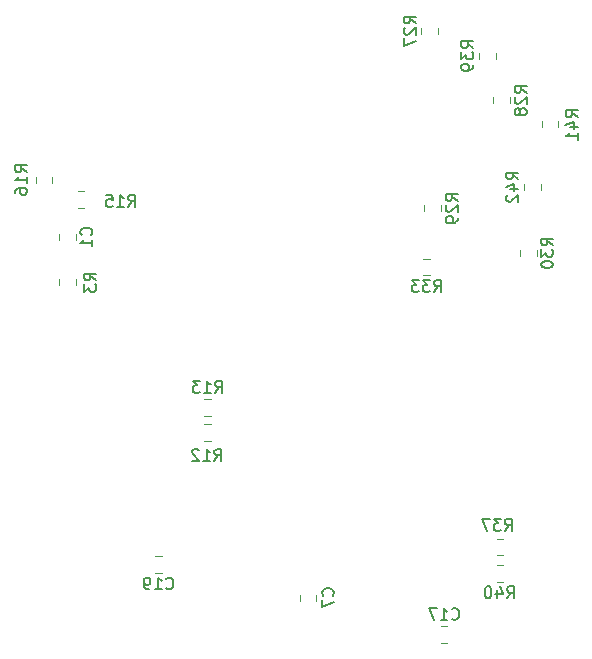
<source format=gbr>
G04 #@! TF.GenerationSoftware,KiCad,Pcbnew,(5.1.2)-1*
G04 #@! TF.CreationDate,2019-05-23T11:15:45-04:00*
G04 #@! TF.ProjectId,lc_dc1000,6c635f64-6331-4303-9030-2e6b69636164,rev?*
G04 #@! TF.SameCoordinates,Original*
G04 #@! TF.FileFunction,Legend,Bot*
G04 #@! TF.FilePolarity,Positive*
%FSLAX46Y46*%
G04 Gerber Fmt 4.6, Leading zero omitted, Abs format (unit mm)*
G04 Created by KiCad (PCBNEW (5.1.2)-1) date 2019-05-23 11:15:45*
%MOMM*%
%LPD*%
G04 APERTURE LIST*
%ADD10C,0.120000*%
%ADD11C,0.150000*%
G04 APERTURE END LIST*
D10*
X179977522Y-120600400D02*
X180494678Y-120600400D01*
X179977522Y-122020400D02*
X180494678Y-122020400D01*
X204680078Y-127913200D02*
X204162922Y-127913200D01*
X204680078Y-126493200D02*
X204162922Y-126493200D01*
X184122322Y-107290800D02*
X184639478Y-107290800D01*
X184122322Y-108710800D02*
X184639478Y-108710800D01*
X171245600Y-88978478D02*
X171245600Y-88461322D01*
X169825600Y-88978478D02*
X169825600Y-88461322D01*
X171806800Y-93829878D02*
X171806800Y-93312722D01*
X173226800Y-93829878D02*
X173226800Y-93312722D01*
X192177600Y-124390678D02*
X192177600Y-123873522D01*
X193597600Y-124390678D02*
X193597600Y-123873522D01*
X208861922Y-119101800D02*
X209379078Y-119101800D01*
X208861922Y-120521800D02*
X209379078Y-120521800D01*
X202662022Y-95403600D02*
X203179178Y-95403600D01*
X202662022Y-96823600D02*
X203179178Y-96823600D01*
X212241200Y-95176078D02*
X212241200Y-94658922D01*
X210821200Y-95176078D02*
X210821200Y-94658922D01*
X202744000Y-91396078D02*
X202744000Y-90878922D01*
X204164000Y-91396078D02*
X204164000Y-90878922D01*
X203910000Y-75862922D02*
X203910000Y-76380078D01*
X202490000Y-75862922D02*
X202490000Y-76380078D01*
X173916078Y-91134000D02*
X173398922Y-91134000D01*
X173916078Y-89714000D02*
X173398922Y-89714000D01*
X184639478Y-110844400D02*
X184122322Y-110844400D01*
X184639478Y-109424400D02*
X184122322Y-109424400D01*
X173226800Y-97150422D02*
X173226800Y-97667578D01*
X171806800Y-97150422D02*
X171806800Y-97667578D01*
X208786800Y-77971122D02*
X208786800Y-78488278D01*
X207366800Y-77971122D02*
X207366800Y-78488278D01*
X208857322Y-122757000D02*
X209374478Y-122757000D01*
X208857322Y-121337000D02*
X209374478Y-121337000D01*
X214095400Y-83766922D02*
X214095400Y-84284078D01*
X212675400Y-83766922D02*
X212675400Y-84284078D01*
X211176800Y-89075522D02*
X211176800Y-89592678D01*
X212596800Y-89075522D02*
X212596800Y-89592678D01*
X208586000Y-82252078D02*
X208586000Y-81734922D01*
X210006000Y-82252078D02*
X210006000Y-81734922D01*
D11*
X180878957Y-123317542D02*
X180926576Y-123365161D01*
X181069433Y-123412780D01*
X181164671Y-123412780D01*
X181307528Y-123365161D01*
X181402766Y-123269923D01*
X181450385Y-123174685D01*
X181498004Y-122984209D01*
X181498004Y-122841352D01*
X181450385Y-122650876D01*
X181402766Y-122555638D01*
X181307528Y-122460400D01*
X181164671Y-122412780D01*
X181069433Y-122412780D01*
X180926576Y-122460400D01*
X180878957Y-122508019D01*
X179926576Y-123412780D02*
X180498004Y-123412780D01*
X180212290Y-123412780D02*
X180212290Y-122412780D01*
X180307528Y-122555638D01*
X180402766Y-122650876D01*
X180498004Y-122698495D01*
X179450385Y-123412780D02*
X179259909Y-123412780D01*
X179164671Y-123365161D01*
X179117052Y-123317542D01*
X179021814Y-123174685D01*
X178974195Y-122984209D01*
X178974195Y-122603257D01*
X179021814Y-122508019D01*
X179069433Y-122460400D01*
X179164671Y-122412780D01*
X179355147Y-122412780D01*
X179450385Y-122460400D01*
X179498004Y-122508019D01*
X179545623Y-122603257D01*
X179545623Y-122841352D01*
X179498004Y-122936590D01*
X179450385Y-122984209D01*
X179355147Y-123031828D01*
X179164671Y-123031828D01*
X179069433Y-122984209D01*
X179021814Y-122936590D01*
X178974195Y-122841352D01*
X205064357Y-125910342D02*
X205111976Y-125957961D01*
X205254833Y-126005580D01*
X205350071Y-126005580D01*
X205492928Y-125957961D01*
X205588166Y-125862723D01*
X205635785Y-125767485D01*
X205683404Y-125577009D01*
X205683404Y-125434152D01*
X205635785Y-125243676D01*
X205588166Y-125148438D01*
X205492928Y-125053200D01*
X205350071Y-125005580D01*
X205254833Y-125005580D01*
X205111976Y-125053200D01*
X205064357Y-125100819D01*
X204111976Y-126005580D02*
X204683404Y-126005580D01*
X204397690Y-126005580D02*
X204397690Y-125005580D01*
X204492928Y-125148438D01*
X204588166Y-125243676D01*
X204683404Y-125291295D01*
X203778642Y-125005580D02*
X203111976Y-125005580D01*
X203540547Y-126005580D01*
X184970657Y-112517180D02*
X185303990Y-112040990D01*
X185542085Y-112517180D02*
X185542085Y-111517180D01*
X185161133Y-111517180D01*
X185065895Y-111564800D01*
X185018276Y-111612419D01*
X184970657Y-111707657D01*
X184970657Y-111850514D01*
X185018276Y-111945752D01*
X185065895Y-111993371D01*
X185161133Y-112040990D01*
X185542085Y-112040990D01*
X184018276Y-112517180D02*
X184589704Y-112517180D01*
X184303990Y-112517180D02*
X184303990Y-111517180D01*
X184399228Y-111660038D01*
X184494466Y-111755276D01*
X184589704Y-111802895D01*
X183637323Y-111612419D02*
X183589704Y-111564800D01*
X183494466Y-111517180D01*
X183256371Y-111517180D01*
X183161133Y-111564800D01*
X183113514Y-111612419D01*
X183065895Y-111707657D01*
X183065895Y-111802895D01*
X183113514Y-111945752D01*
X183684942Y-112517180D01*
X183065895Y-112517180D01*
X169082980Y-88079342D02*
X168606790Y-87746009D01*
X169082980Y-87507914D02*
X168082980Y-87507914D01*
X168082980Y-87888866D01*
X168130600Y-87984104D01*
X168178219Y-88031723D01*
X168273457Y-88079342D01*
X168416314Y-88079342D01*
X168511552Y-88031723D01*
X168559171Y-87984104D01*
X168606790Y-87888866D01*
X168606790Y-87507914D01*
X169082980Y-89031723D02*
X169082980Y-88460295D01*
X169082980Y-88746009D02*
X168082980Y-88746009D01*
X168225838Y-88650771D01*
X168321076Y-88555533D01*
X168368695Y-88460295D01*
X168082980Y-89888866D02*
X168082980Y-89698390D01*
X168130600Y-89603152D01*
X168178219Y-89555533D01*
X168321076Y-89460295D01*
X168511552Y-89412676D01*
X168892504Y-89412676D01*
X168987742Y-89460295D01*
X169035361Y-89507914D01*
X169082980Y-89603152D01*
X169082980Y-89793628D01*
X169035361Y-89888866D01*
X168987742Y-89936485D01*
X168892504Y-89984104D01*
X168654409Y-89984104D01*
X168559171Y-89936485D01*
X168511552Y-89888866D01*
X168463933Y-89793628D01*
X168463933Y-89603152D01*
X168511552Y-89507914D01*
X168559171Y-89460295D01*
X168654409Y-89412676D01*
X174523942Y-93404633D02*
X174571561Y-93357014D01*
X174619180Y-93214157D01*
X174619180Y-93118919D01*
X174571561Y-92976061D01*
X174476323Y-92880823D01*
X174381085Y-92833204D01*
X174190609Y-92785585D01*
X174047752Y-92785585D01*
X173857276Y-92833204D01*
X173762038Y-92880823D01*
X173666800Y-92976061D01*
X173619180Y-93118919D01*
X173619180Y-93214157D01*
X173666800Y-93357014D01*
X173714419Y-93404633D01*
X174619180Y-94357014D02*
X174619180Y-93785585D01*
X174619180Y-94071300D02*
X173619180Y-94071300D01*
X173762038Y-93976061D01*
X173857276Y-93880823D01*
X173904895Y-93785585D01*
X194997342Y-123937733D02*
X195044961Y-123890114D01*
X195092580Y-123747257D01*
X195092580Y-123652019D01*
X195044961Y-123509161D01*
X194949723Y-123413923D01*
X194854485Y-123366304D01*
X194664009Y-123318685D01*
X194521152Y-123318685D01*
X194330676Y-123366304D01*
X194235438Y-123413923D01*
X194140200Y-123509161D01*
X194092580Y-123652019D01*
X194092580Y-123747257D01*
X194140200Y-123890114D01*
X194187819Y-123937733D01*
X194092580Y-124271066D02*
X194092580Y-124937733D01*
X195092580Y-124509161D01*
X209557857Y-118435380D02*
X209891190Y-117959190D01*
X210129285Y-118435380D02*
X210129285Y-117435380D01*
X209748333Y-117435380D01*
X209653095Y-117483000D01*
X209605476Y-117530619D01*
X209557857Y-117625857D01*
X209557857Y-117768714D01*
X209605476Y-117863952D01*
X209653095Y-117911571D01*
X209748333Y-117959190D01*
X210129285Y-117959190D01*
X209224523Y-117435380D02*
X208605476Y-117435380D01*
X208938809Y-117816333D01*
X208795952Y-117816333D01*
X208700714Y-117863952D01*
X208653095Y-117911571D01*
X208605476Y-118006809D01*
X208605476Y-118244904D01*
X208653095Y-118340142D01*
X208700714Y-118387761D01*
X208795952Y-118435380D01*
X209081666Y-118435380D01*
X209176904Y-118387761D01*
X209224523Y-118340142D01*
X208272142Y-117435380D02*
X207605476Y-117435380D01*
X208034047Y-118435380D01*
X203563457Y-98215980D02*
X203896790Y-97739790D01*
X204134885Y-98215980D02*
X204134885Y-97215980D01*
X203753933Y-97215980D01*
X203658695Y-97263600D01*
X203611076Y-97311219D01*
X203563457Y-97406457D01*
X203563457Y-97549314D01*
X203611076Y-97644552D01*
X203658695Y-97692171D01*
X203753933Y-97739790D01*
X204134885Y-97739790D01*
X203230123Y-97215980D02*
X202611076Y-97215980D01*
X202944409Y-97596933D01*
X202801552Y-97596933D01*
X202706314Y-97644552D01*
X202658695Y-97692171D01*
X202611076Y-97787409D01*
X202611076Y-98025504D01*
X202658695Y-98120742D01*
X202706314Y-98168361D01*
X202801552Y-98215980D01*
X203087266Y-98215980D01*
X203182504Y-98168361D01*
X203230123Y-98120742D01*
X202277742Y-97215980D02*
X201658695Y-97215980D01*
X201992028Y-97596933D01*
X201849171Y-97596933D01*
X201753933Y-97644552D01*
X201706314Y-97692171D01*
X201658695Y-97787409D01*
X201658695Y-98025504D01*
X201706314Y-98120742D01*
X201753933Y-98168361D01*
X201849171Y-98215980D01*
X202134885Y-98215980D01*
X202230123Y-98168361D01*
X202277742Y-98120742D01*
X213633580Y-94274642D02*
X213157390Y-93941309D01*
X213633580Y-93703214D02*
X212633580Y-93703214D01*
X212633580Y-94084166D01*
X212681200Y-94179404D01*
X212728819Y-94227023D01*
X212824057Y-94274642D01*
X212966914Y-94274642D01*
X213062152Y-94227023D01*
X213109771Y-94179404D01*
X213157390Y-94084166D01*
X213157390Y-93703214D01*
X212633580Y-94607976D02*
X212633580Y-95227023D01*
X213014533Y-94893690D01*
X213014533Y-95036547D01*
X213062152Y-95131785D01*
X213109771Y-95179404D01*
X213205009Y-95227023D01*
X213443104Y-95227023D01*
X213538342Y-95179404D01*
X213585961Y-95131785D01*
X213633580Y-95036547D01*
X213633580Y-94750833D01*
X213585961Y-94655595D01*
X213538342Y-94607976D01*
X212633580Y-95846071D02*
X212633580Y-95941309D01*
X212681200Y-96036547D01*
X212728819Y-96084166D01*
X212824057Y-96131785D01*
X213014533Y-96179404D01*
X213252628Y-96179404D01*
X213443104Y-96131785D01*
X213538342Y-96084166D01*
X213585961Y-96036547D01*
X213633580Y-95941309D01*
X213633580Y-95846071D01*
X213585961Y-95750833D01*
X213538342Y-95703214D01*
X213443104Y-95655595D01*
X213252628Y-95607976D01*
X213014533Y-95607976D01*
X212824057Y-95655595D01*
X212728819Y-95703214D01*
X212681200Y-95750833D01*
X212633580Y-95846071D01*
X205556380Y-90494642D02*
X205080190Y-90161309D01*
X205556380Y-89923214D02*
X204556380Y-89923214D01*
X204556380Y-90304166D01*
X204604000Y-90399404D01*
X204651619Y-90447023D01*
X204746857Y-90494642D01*
X204889714Y-90494642D01*
X204984952Y-90447023D01*
X205032571Y-90399404D01*
X205080190Y-90304166D01*
X205080190Y-89923214D01*
X204651619Y-90875595D02*
X204604000Y-90923214D01*
X204556380Y-91018452D01*
X204556380Y-91256547D01*
X204604000Y-91351785D01*
X204651619Y-91399404D01*
X204746857Y-91447023D01*
X204842095Y-91447023D01*
X204984952Y-91399404D01*
X205556380Y-90827976D01*
X205556380Y-91447023D01*
X205556380Y-91923214D02*
X205556380Y-92113690D01*
X205508761Y-92208928D01*
X205461142Y-92256547D01*
X205318285Y-92351785D01*
X205127809Y-92399404D01*
X204746857Y-92399404D01*
X204651619Y-92351785D01*
X204604000Y-92304166D01*
X204556380Y-92208928D01*
X204556380Y-92018452D01*
X204604000Y-91923214D01*
X204651619Y-91875595D01*
X204746857Y-91827976D01*
X204984952Y-91827976D01*
X205080190Y-91875595D01*
X205127809Y-91923214D01*
X205175428Y-92018452D01*
X205175428Y-92208928D01*
X205127809Y-92304166D01*
X205080190Y-92351785D01*
X204984952Y-92399404D01*
X202002380Y-75478642D02*
X201526190Y-75145309D01*
X202002380Y-74907214D02*
X201002380Y-74907214D01*
X201002380Y-75288166D01*
X201050000Y-75383404D01*
X201097619Y-75431023D01*
X201192857Y-75478642D01*
X201335714Y-75478642D01*
X201430952Y-75431023D01*
X201478571Y-75383404D01*
X201526190Y-75288166D01*
X201526190Y-74907214D01*
X201097619Y-75859595D02*
X201050000Y-75907214D01*
X201002380Y-76002452D01*
X201002380Y-76240547D01*
X201050000Y-76335785D01*
X201097619Y-76383404D01*
X201192857Y-76431023D01*
X201288095Y-76431023D01*
X201430952Y-76383404D01*
X202002380Y-75811976D01*
X202002380Y-76431023D01*
X201002380Y-76764357D02*
X201002380Y-77431023D01*
X202002380Y-77002452D01*
X177680857Y-91003380D02*
X178014190Y-90527190D01*
X178252285Y-91003380D02*
X178252285Y-90003380D01*
X177871333Y-90003380D01*
X177776095Y-90051000D01*
X177728476Y-90098619D01*
X177680857Y-90193857D01*
X177680857Y-90336714D01*
X177728476Y-90431952D01*
X177776095Y-90479571D01*
X177871333Y-90527190D01*
X178252285Y-90527190D01*
X176728476Y-91003380D02*
X177299904Y-91003380D01*
X177014190Y-91003380D02*
X177014190Y-90003380D01*
X177109428Y-90146238D01*
X177204666Y-90241476D01*
X177299904Y-90289095D01*
X175823714Y-90003380D02*
X176299904Y-90003380D01*
X176347523Y-90479571D01*
X176299904Y-90431952D01*
X176204666Y-90384333D01*
X175966571Y-90384333D01*
X175871333Y-90431952D01*
X175823714Y-90479571D01*
X175776095Y-90574809D01*
X175776095Y-90812904D01*
X175823714Y-90908142D01*
X175871333Y-90955761D01*
X175966571Y-91003380D01*
X176204666Y-91003380D01*
X176299904Y-90955761D01*
X176347523Y-90908142D01*
X185023757Y-106751380D02*
X185357090Y-106275190D01*
X185595185Y-106751380D02*
X185595185Y-105751380D01*
X185214233Y-105751380D01*
X185118995Y-105799000D01*
X185071376Y-105846619D01*
X185023757Y-105941857D01*
X185023757Y-106084714D01*
X185071376Y-106179952D01*
X185118995Y-106227571D01*
X185214233Y-106275190D01*
X185595185Y-106275190D01*
X184071376Y-106751380D02*
X184642804Y-106751380D01*
X184357090Y-106751380D02*
X184357090Y-105751380D01*
X184452328Y-105894238D01*
X184547566Y-105989476D01*
X184642804Y-106037095D01*
X183738042Y-105751380D02*
X183118995Y-105751380D01*
X183452328Y-106132333D01*
X183309471Y-106132333D01*
X183214233Y-106179952D01*
X183166614Y-106227571D01*
X183118995Y-106322809D01*
X183118995Y-106560904D01*
X183166614Y-106656142D01*
X183214233Y-106703761D01*
X183309471Y-106751380D01*
X183595185Y-106751380D01*
X183690423Y-106703761D01*
X183738042Y-106656142D01*
X174950380Y-97242333D02*
X174474190Y-96909000D01*
X174950380Y-96670904D02*
X173950380Y-96670904D01*
X173950380Y-97051857D01*
X173998000Y-97147095D01*
X174045619Y-97194714D01*
X174140857Y-97242333D01*
X174283714Y-97242333D01*
X174378952Y-97194714D01*
X174426571Y-97147095D01*
X174474190Y-97051857D01*
X174474190Y-96670904D01*
X173950380Y-97575666D02*
X173950380Y-98194714D01*
X174331333Y-97861380D01*
X174331333Y-98004238D01*
X174378952Y-98099476D01*
X174426571Y-98147095D01*
X174521809Y-98194714D01*
X174759904Y-98194714D01*
X174855142Y-98147095D01*
X174902761Y-98099476D01*
X174950380Y-98004238D01*
X174950380Y-97718523D01*
X174902761Y-97623285D01*
X174855142Y-97575666D01*
X206879180Y-77586842D02*
X206402990Y-77253509D01*
X206879180Y-77015414D02*
X205879180Y-77015414D01*
X205879180Y-77396366D01*
X205926800Y-77491604D01*
X205974419Y-77539223D01*
X206069657Y-77586842D01*
X206212514Y-77586842D01*
X206307752Y-77539223D01*
X206355371Y-77491604D01*
X206402990Y-77396366D01*
X206402990Y-77015414D01*
X205879180Y-77920176D02*
X205879180Y-78539223D01*
X206260133Y-78205890D01*
X206260133Y-78348747D01*
X206307752Y-78443985D01*
X206355371Y-78491604D01*
X206450609Y-78539223D01*
X206688704Y-78539223D01*
X206783942Y-78491604D01*
X206831561Y-78443985D01*
X206879180Y-78348747D01*
X206879180Y-78063033D01*
X206831561Y-77967795D01*
X206783942Y-77920176D01*
X206879180Y-79015414D02*
X206879180Y-79205890D01*
X206831561Y-79301128D01*
X206783942Y-79348747D01*
X206641085Y-79443985D01*
X206450609Y-79491604D01*
X206069657Y-79491604D01*
X205974419Y-79443985D01*
X205926800Y-79396366D01*
X205879180Y-79301128D01*
X205879180Y-79110652D01*
X205926800Y-79015414D01*
X205974419Y-78967795D01*
X206069657Y-78920176D01*
X206307752Y-78920176D01*
X206402990Y-78967795D01*
X206450609Y-79015414D01*
X206498228Y-79110652D01*
X206498228Y-79301128D01*
X206450609Y-79396366D01*
X206402990Y-79443985D01*
X206307752Y-79491604D01*
X209758757Y-124149380D02*
X210092090Y-123673190D01*
X210330185Y-124149380D02*
X210330185Y-123149380D01*
X209949233Y-123149380D01*
X209853995Y-123197000D01*
X209806376Y-123244619D01*
X209758757Y-123339857D01*
X209758757Y-123482714D01*
X209806376Y-123577952D01*
X209853995Y-123625571D01*
X209949233Y-123673190D01*
X210330185Y-123673190D01*
X208901614Y-123482714D02*
X208901614Y-124149380D01*
X209139709Y-123101761D02*
X209377804Y-123816047D01*
X208758757Y-123816047D01*
X208187328Y-123149380D02*
X208092090Y-123149380D01*
X207996852Y-123197000D01*
X207949233Y-123244619D01*
X207901614Y-123339857D01*
X207853995Y-123530333D01*
X207853995Y-123768428D01*
X207901614Y-123958904D01*
X207949233Y-124054142D01*
X207996852Y-124101761D01*
X208092090Y-124149380D01*
X208187328Y-124149380D01*
X208282566Y-124101761D01*
X208330185Y-124054142D01*
X208377804Y-123958904D01*
X208425423Y-123768428D01*
X208425423Y-123530333D01*
X208377804Y-123339857D01*
X208330185Y-123244619D01*
X208282566Y-123197000D01*
X208187328Y-123149380D01*
X215717380Y-83431142D02*
X215241190Y-83097809D01*
X215717380Y-82859714D02*
X214717380Y-82859714D01*
X214717380Y-83240666D01*
X214765000Y-83335904D01*
X214812619Y-83383523D01*
X214907857Y-83431142D01*
X215050714Y-83431142D01*
X215145952Y-83383523D01*
X215193571Y-83335904D01*
X215241190Y-83240666D01*
X215241190Y-82859714D01*
X215050714Y-84288285D02*
X215717380Y-84288285D01*
X214669761Y-84050190D02*
X215384047Y-83812095D01*
X215384047Y-84431142D01*
X215717380Y-85335904D02*
X215717380Y-84764476D01*
X215717380Y-85050190D02*
X214717380Y-85050190D01*
X214860238Y-84954952D01*
X214955476Y-84859714D01*
X215003095Y-84764476D01*
X210689180Y-88691242D02*
X210212990Y-88357909D01*
X210689180Y-88119814D02*
X209689180Y-88119814D01*
X209689180Y-88500766D01*
X209736800Y-88596004D01*
X209784419Y-88643623D01*
X209879657Y-88691242D01*
X210022514Y-88691242D01*
X210117752Y-88643623D01*
X210165371Y-88596004D01*
X210212990Y-88500766D01*
X210212990Y-88119814D01*
X210022514Y-89548385D02*
X210689180Y-89548385D01*
X209641561Y-89310290D02*
X210355847Y-89072195D01*
X210355847Y-89691242D01*
X209784419Y-90024576D02*
X209736800Y-90072195D01*
X209689180Y-90167433D01*
X209689180Y-90405528D01*
X209736800Y-90500766D01*
X209784419Y-90548385D01*
X209879657Y-90596004D01*
X209974895Y-90596004D01*
X210117752Y-90548385D01*
X210689180Y-89976957D01*
X210689180Y-90596004D01*
X211398380Y-81350642D02*
X210922190Y-81017309D01*
X211398380Y-80779214D02*
X210398380Y-80779214D01*
X210398380Y-81160166D01*
X210446000Y-81255404D01*
X210493619Y-81303023D01*
X210588857Y-81350642D01*
X210731714Y-81350642D01*
X210826952Y-81303023D01*
X210874571Y-81255404D01*
X210922190Y-81160166D01*
X210922190Y-80779214D01*
X210493619Y-81731595D02*
X210446000Y-81779214D01*
X210398380Y-81874452D01*
X210398380Y-82112547D01*
X210446000Y-82207785D01*
X210493619Y-82255404D01*
X210588857Y-82303023D01*
X210684095Y-82303023D01*
X210826952Y-82255404D01*
X211398380Y-81683976D01*
X211398380Y-82303023D01*
X210826952Y-82874452D02*
X210779333Y-82779214D01*
X210731714Y-82731595D01*
X210636476Y-82683976D01*
X210588857Y-82683976D01*
X210493619Y-82731595D01*
X210446000Y-82779214D01*
X210398380Y-82874452D01*
X210398380Y-83064928D01*
X210446000Y-83160166D01*
X210493619Y-83207785D01*
X210588857Y-83255404D01*
X210636476Y-83255404D01*
X210731714Y-83207785D01*
X210779333Y-83160166D01*
X210826952Y-83064928D01*
X210826952Y-82874452D01*
X210874571Y-82779214D01*
X210922190Y-82731595D01*
X211017428Y-82683976D01*
X211207904Y-82683976D01*
X211303142Y-82731595D01*
X211350761Y-82779214D01*
X211398380Y-82874452D01*
X211398380Y-83064928D01*
X211350761Y-83160166D01*
X211303142Y-83207785D01*
X211207904Y-83255404D01*
X211017428Y-83255404D01*
X210922190Y-83207785D01*
X210874571Y-83160166D01*
X210826952Y-83064928D01*
M02*

</source>
